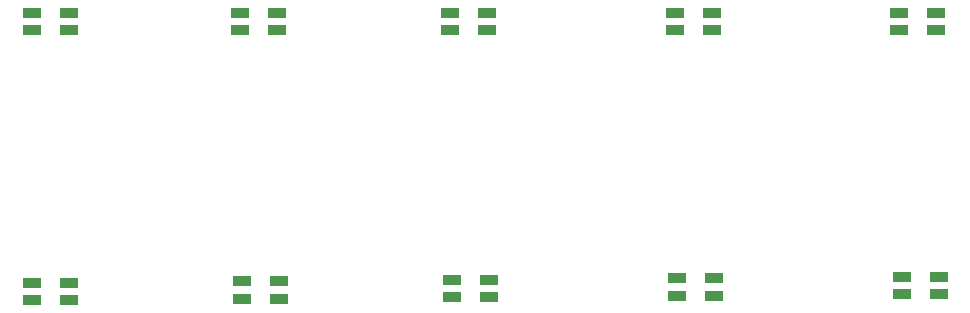
<source format=gbr>
G04 #@! TF.GenerationSoftware,KiCad,Pcbnew,(5.1.4)-1*
G04 #@! TF.CreationDate,2019-11-19T12:22:33-05:00*
G04 #@! TF.ProjectId,bob_ws2811_driver,626f625f-7773-4323-9831-315f64726976,rev?*
G04 #@! TF.SameCoordinates,Original*
G04 #@! TF.FileFunction,Paste,Bot*
G04 #@! TF.FilePolarity,Positive*
%FSLAX46Y46*%
G04 Gerber Fmt 4.6, Leading zero omitted, Abs format (unit mm)*
G04 Created by KiCad (PCBNEW (5.1.4)-1) date 2019-11-19 12:22:33*
%MOMM*%
%LPD*%
G04 APERTURE LIST*
%ADD10R,1.498600X0.899160*%
G04 APERTURE END LIST*
D10*
X185191400Y-29324300D03*
X185191400Y-27825700D03*
X182092600Y-27825700D03*
X182092600Y-29324300D03*
X163169600Y-29324300D03*
X163169600Y-27825700D03*
X166268400Y-27825700D03*
X166268400Y-29324300D03*
X147218400Y-29324300D03*
X147218400Y-27825700D03*
X144119600Y-27825700D03*
X144119600Y-29324300D03*
X126339600Y-29324300D03*
X126339600Y-27825700D03*
X129438400Y-27825700D03*
X129438400Y-29324300D03*
X182346600Y-51676300D03*
X182346600Y-50177700D03*
X185445400Y-50177700D03*
X185445400Y-51676300D03*
X166395400Y-51803300D03*
X166395400Y-50304700D03*
X163296600Y-50304700D03*
X163296600Y-51803300D03*
X144246600Y-51930300D03*
X144246600Y-50431700D03*
X147345400Y-50431700D03*
X147345400Y-51930300D03*
X129565400Y-52057300D03*
X129565400Y-50558700D03*
X126466600Y-50558700D03*
X126466600Y-52057300D03*
X108686600Y-52184300D03*
X108686600Y-50685700D03*
X111785400Y-50685700D03*
X111785400Y-52184300D03*
X111785400Y-29324300D03*
X111785400Y-27825700D03*
X108686600Y-27825700D03*
X108686600Y-29324300D03*
M02*

</source>
